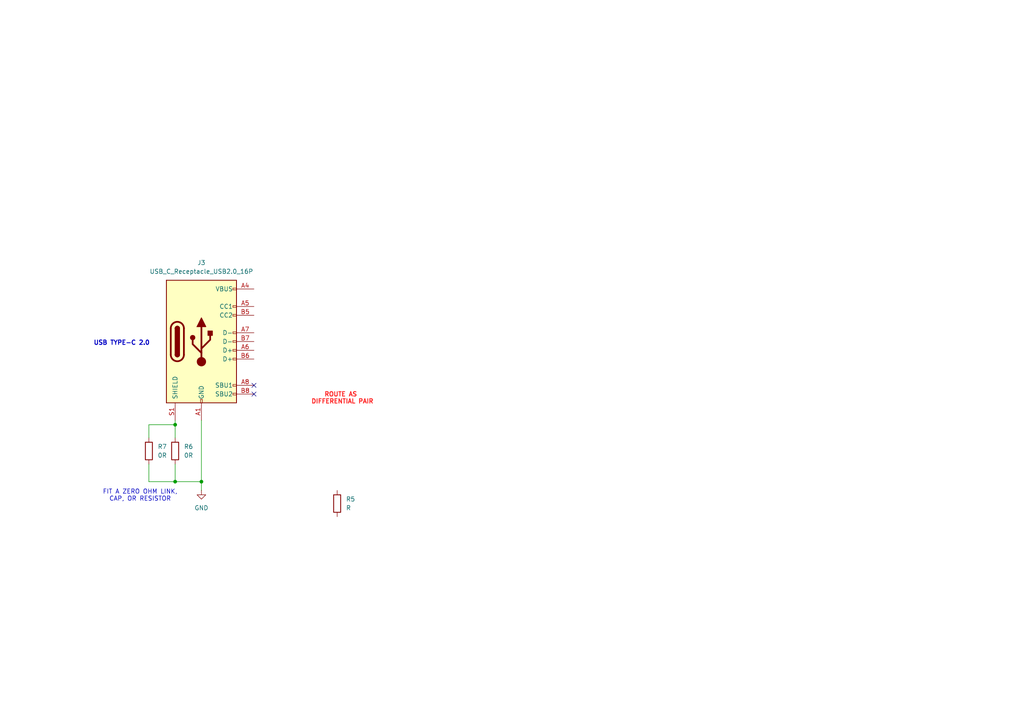
<source format=kicad_sch>
(kicad_sch (version 20231120) (generator "eeschema") (generator_version "8.0")
  (paper "A4")
  (lib_symbols
    (symbol "Connector:USB_C_Receptacle_USB2.0_16P" (pin_names (offset 1.016))
      (property "Reference" "J" (at 0 22.225 0))
      (property "Value" "USB_C_Receptacle_USB2.0_16P" (at 0 19.685 0))
      (symbol "USB_C_Receptacle_USB2.0_16P_0_0"
        (rectangle (start -0.254 -17.78) (end 0.254 -16.764))
        (rectangle (start 10.16 -14.986) (end 9.144 -15.494))
        (rectangle (start 10.16 -12.446) (end 9.144 -12.954))
        (rectangle (start 10.16 -4.826) (end 9.144 -5.334))
        (rectangle (start 10.16 -2.286) (end 9.144 -2.794))
        (rectangle (start 10.16 0.254) (end 9.144 -0.254))
        (rectangle (start 10.16 2.794) (end 9.144 2.286))
        (rectangle (start 10.16 7.874) (end 9.144 7.366))
        (rectangle (start 10.16 10.414) (end 9.144 9.906))
        (rectangle (start 10.16 15.494) (end 9.144 14.986))
      )
      (symbol "USB_C_Receptacle_USB2.0_16P_0_1"
        (rectangle (start -10.16 17.78) (end 10.16 -17.78) (stroke (width 0.254)) (fill (type background)))
        (arc (start -8.89 -3.81) (mid -6.985 -5.7067) (end -5.08 -3.81) (stroke (width 0.508)))
        (arc (start -7.62 -3.81) (mid -6.985 -4.4423) (end -6.35 -3.81) (stroke (width 0.254)))
        (arc (start -7.62 -3.81) (mid -6.985 -4.4423) (end -6.35 -3.81) (stroke (width 0.254)) (fill (type outline)))
        (rectangle (start -7.62 -3.81) (end -6.35 3.81) (stroke (width 0.254)) (fill (type outline)))
        (arc (start -6.35 3.81) (mid -6.985 4.4423) (end -7.62 3.81) (stroke (width 0.254)))
        (arc (start -6.35 3.81) (mid -6.985 4.4423) (end -7.62 3.81) (stroke (width 0.254)) (fill (type outline)))
        (arc (start -5.08 3.81) (mid -6.985 5.7067) (end -8.89 3.81) (stroke (width 0.508)))
        (circle (center -2.54 1.143) (radius 0.635) (stroke (width 0.254)) (fill (type outline)))
        (circle (center 0 -5.842) (radius 1.27) (fill (type outline)))
        (polyline (pts (xy -8.89 -3.81) (xy -8.89 3.81)) (stroke (width 0.508)))
        (polyline (pts (xy -5.08 3.81) (xy -5.08 -3.81)) (stroke (width 0.508)))
        (polyline (pts (xy 0 -5.842) (xy 0 4.318)) (stroke (width 0.508)))
        (polyline (pts (xy 0 -3.302) (xy -2.54 -0.762) (xy -2.54 0.508)) (stroke (width 0.508)))
        (polyline (pts (xy 0 -2.032) (xy 2.54 0.508) (xy 2.54 1.778)) (stroke (width 0.508)))
        (polyline (pts (xy -1.27 4.318) (xy 0 6.858) (xy 1.27 4.318) (xy -1.27 4.318)) (stroke (width 0.254)) (fill (type outline)))
        (rectangle (start 1.905 1.778) (end 3.175 3.048) (stroke (width 0.254)) (fill (type outline)))
      )
      (symbol "USB_C_Receptacle_USB2.0_16P_1_1"
        (pin passive line (at 0 -22.86 90) (length 5.08) (name "GND") (number "A1"))
        (pin passive line (at 0 -22.86 90) (length 5.08) hide (name "GND") (number "A12"))
        (pin passive line (at 15.24 15.24 180) (length 5.08) (name "VBUS") (number "A4"))
        (pin bidirectional line (at 15.24 10.16 180) (length 5.08) (name "CC1") (number "A5"))
        (pin bidirectional line (at 15.24 -2.54 180) (length 5.08) (name "D+") (number "A6"))
        (pin bidirectional line (at 15.24 2.54 180) (length 5.08) (name "D-") (number "A7"))
        (pin bidirectional line (at 15.24 -12.7 180) (length 5.08) (name "SBU1") (number "A8"))
        (pin passive line (at 15.24 15.24 180) (length 5.08) hide (name "VBUS") (number "A9"))
        (pin passive line (at 0 -22.86 90) (length 5.08) hide (name "GND") (number "B1"))
        (pin passive line (at 0 -22.86 90) (length 5.08) hide (name "GND") (number "B12"))
        (pin passive line (at 15.24 15.24 180) (length 5.08) hide (name "VBUS") (number "B4"))
        (pin bidirectional line (at 15.24 7.62 180) (length 5.08) (name "CC2") (number "B5"))
        (pin bidirectional line (at 15.24 -5.08 180) (length 5.08) (name "D+") (number "B6"))
        (pin bidirectional line (at 15.24 0 180) (length 5.08) (name "D-") (number "B7"))
        (pin bidirectional line (at 15.24 -15.24 180) (length 5.08) (name "SBU2") (number "B8"))
        (pin passive line (at 15.24 15.24 180) (length 5.08) hide (name "VBUS") (number "B9"))
        (pin passive line (at -7.62 -22.86 90) (length 5.08) (name "SHIELD") (number "S1"))
      )
    )
    (symbol "Device:R" (pin_numbers hide) (pin_names (offset 0))
      (property "Reference" "R" (at 2.032 0 90))
      (property "Value" "R" (at 0 0 90))
      (symbol "R_0_1"
        (rectangle (start -1.016 -2.54) (end 1.016 2.54) (stroke (width 0.254)))
      )
      (symbol "R_1_1"
        (pin passive line (at 0 3.81 270) (length 1.27) (name "~") (number "1"))
        (pin passive line (at 0 -3.81 90) (length 1.27) (name "~") (number "2"))
      )
    )
    (symbol "power:GND" (power) (pin_numbers hide) (pin_names (offset 0) hide)
      (property "Value" "GND" (at 0 -3.81 0))
      (symbol "GND_0_1"
        (polyline (pts (xy 0 0) (xy 0 -1.27) (xy 1.27 -1.27) (xy 0 -2.54) (xy -1.27 -1.27) (xy 0 -1.27)))
      )
      (symbol "GND_1_1"
        (pin power_in line (at 0 0 270) (length 0) (name "~") (number "1"))
      )
    )
  )
  (junction (at 50.8 123.19))
  (junction (at 58.42 139.7))
  (junction (at 50.8 139.7))
  (no_connect (at 73.66 111.76))
  (no_connect (at 73.66 114.3))
  (wire (pts (xy 58.42 139.7) (xy 58.42 142.24)))
  (wire (pts (xy 43.18 127) (xy 43.18 123.19)))
  (wire (pts (xy 43.18 139.7) (xy 50.8 139.7)))
  (wire (pts (xy 43.18 134.62) (xy 43.18 139.7)))
  (wire (pts (xy 50.8 121.92) (xy 50.8 123.19)))
  (wire (pts (xy 50.8 139.7) (xy 58.42 139.7)))
  (wire (pts (xy 50.8 134.62) (xy 50.8 139.7)))
  (wire (pts (xy 50.8 123.19) (xy 50.8 127)))
  (wire (pts (xy 58.42 121.92) (xy 58.42 139.7)))
  (wire (pts (xy 43.18 123.19) (xy 50.8 123.19)))
  (text "ROUTE AS \nDIFFERENTIAL PAIR" (at 99.314 115.57 0) (effects (font (size 1.27 1.27) (thickness 0.254) (bold yes))))
  (text "USB TYPE-C 2.0\n" (at 35.306 99.568 0) (effects (font (size 1.27 1.27) (thickness 0.254) (bold yes))))
  (text "FIT A ZERO OHM LINK,\nCAP, OR RESISTOR\n" (at 40.64 143.764 0) (effects (font (size 1.27 1.27))))
  (symbol (lib_id "Device:R") (at 97.79 146.05 0) (unit 1)
    (property "Reference" "R5" (at 100.33 144.7799 0) (effects (justify left)))
    (property "Value" "R" (at 100.33 147.3199 0) (effects (justify left)))
    (property "Description" "Resistor" (effects (hide yes)))
  )
  (symbol (lib_id "Device:R") (at 50.8 130.81 0) (unit 1)
    (property "Reference" "R6" (at 53.34 129.5399 0) (effects (justify left)))
    (property "Value" "0R" (at 53.34 132.0799 0) (effects (justify left)))
    (property "Description" "Resistor" (effects (hide yes)))
  )
  (symbol (lib_id "Device:R") (at 43.18 130.81 0) (unit 1)
    (property "Reference" "R7" (at 45.72 129.5399 0) (effects (justify left)))
    (property "Value" "0R" (at 45.72 132.0799 0) (effects (justify left)))
    (property "Description" "Resistor" (effects (hide yes)))
  )
  (symbol (lib_id "power:GND") (at 58.42 142.24 0) (unit 1)
    (property "Reference" "#PWR073" (effects (hide yes)))
    (property "Value" "GND" (at 58.42 147.32 0))
    (property "Description" "Power symbol creates a global label with name \"GND\" , ground" (effects (hide yes)))
  )
  (symbol (lib_id "Connector:USB_C_Receptacle_USB2.0_16P") (at 58.42 99.06 0) (unit 1)
    (property "Reference" "J3" (at 58.42 76.2 0))
    (property "Value" "USB_C_Receptacle_USB2.0_16P" (at 58.42 78.74 0))
    (property "Datasheet" "https://www.usb.org/sites/default/files/documents/usb_type-c.zip" (effects (hide yes)))
    (property "Description" "USB 2.0-only 16P Type-C Receptacle connector" (effects (hide yes)))
  )
)
</source>
